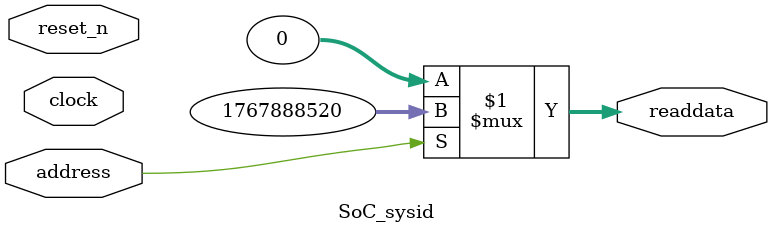
<source format=v>

`timescale 1ns / 1ps
// synthesis translate_on

// turn off superfluous verilog processor warnings 
// altera message_level Level1 
// altera message_off 10034 10035 10036 10037 10230 10240 10030 

module SoC_sysid (
               // inputs:
                address,
                clock,
                reset_n,

               // outputs:
                readdata
             )
;

  output  [ 31: 0] readdata;
  input            address;
  input            clock;
  input            reset_n;

  wire    [ 31: 0] readdata;
  //control_slave, which is an e_avalon_slave
  assign readdata = address ? 1767888520 : 0;

endmodule




</source>
